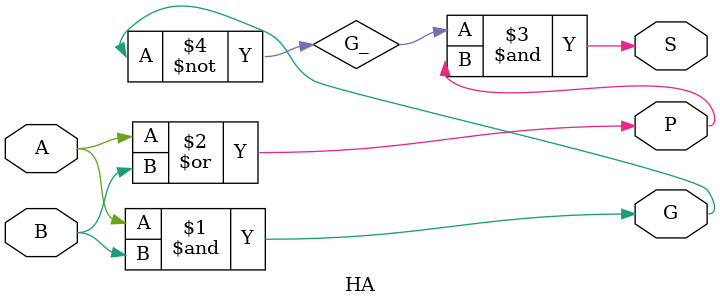
<source format=v>
module HA(G, P, S, A, B);

input A, B;
output S, P, G;
wire G_;

and (G, A, B);
or	(P, A, B);
not (G_, G);
and (S, G_, P);

endmodule
</source>
